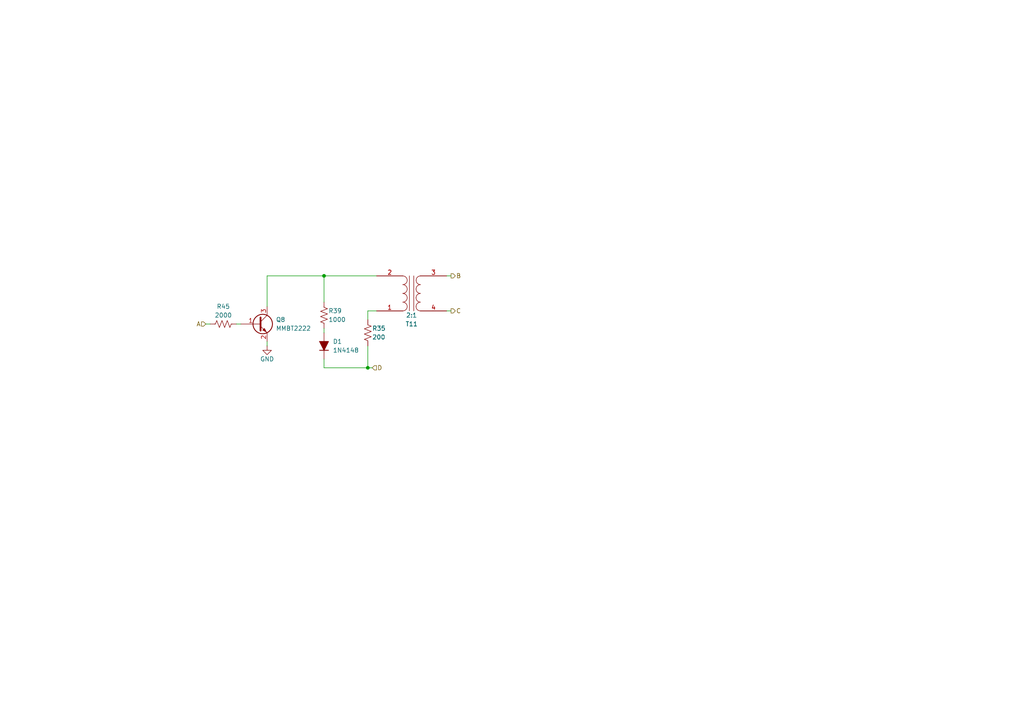
<source format=kicad_sch>
(kicad_sch (version 20231120) (generator "eeschema") (generator_version "8.0")
  (paper "A4")
  (lib_symbols
    (symbol "Device:D_Filled" (pin_numbers hide) (pin_names (offset 1.016) hide)
      (property "Reference" "D" (at 0 2.54 0))
      (property "Value" "D_Filled" (at 0 -2.54 0))
      (symbol "D_Filled_0_1"
        (polyline (pts (xy -1.27 1.27) (xy -1.27 -1.27)) (stroke (width 0.254)))
        (polyline (pts (xy 1.27 0) (xy -1.27 0)))
        (polyline (pts (xy 1.27 1.27) (xy 1.27 -1.27) (xy -1.27 0) (xy 1.27 1.27)) (stroke (width 0.254)) (fill (type outline)))
      )
      (symbol "D_Filled_1_1"
        (pin passive line (at -3.81 0 0) (length 2.54) (name "K") (number "1"))
        (pin passive line (at 3.81 0 180) (length 2.54) (name "A") (number "2"))
      )
    )
    (symbol "Device:Q_NPN_BEC" (pin_names (offset 0) hide)
      (property "Reference" "Q" (at 5.08 1.27 0))
      (property "Value" "Q_NPN_BEC" (at 5.08 -1.27 0))
      (symbol "Q_NPN_BEC_0_1"
        (polyline (pts (xy 0.635 0.635) (xy 2.54 2.54)))
        (polyline (pts (xy 0.635 -0.635) (xy 2.54 -2.54) (xy 2.54 -2.54)))
        (polyline (pts (xy 0.635 1.905) (xy 0.635 -1.905) (xy 0.635 -1.905)) (stroke (width 0.508)))
        (polyline (pts (xy 1.27 -1.778) (xy 1.778 -1.27) (xy 2.286 -2.286) (xy 1.27 -1.778) (xy 1.27 -1.778)) (fill (type outline)))
        (circle (center 1.27 0) (radius 2.8194) (stroke (width 0.254)))
      )
      (symbol "Q_NPN_BEC_1_1"
        (pin input line (at -5.08 0 0) (length 5.715) (name "B") (number "1"))
        (pin passive line (at 2.54 -5.08 90) (length 2.54) (name "E") (number "2"))
        (pin passive line (at 2.54 5.08 270) (length 2.54) (name "C") (number "3"))
      )
    )
    (symbol "Device:R_US" (pin_numbers hide) (pin_names (offset 0))
      (property "Reference" "R" (at 2.54 0 90))
      (property "Value" "R_US" (at -2.54 0 90))
      (symbol "R_US_0_1"
        (polyline (pts (xy 0 -2.286) (xy 0 -2.54)))
        (polyline (pts (xy 0 2.286) (xy 0 2.54)))
        (polyline (pts (xy 0 -0.762) (xy 1.016 -1.143) (xy 0 -1.524) (xy -1.016 -1.905) (xy 0 -2.286)))
        (polyline (pts (xy 0 0.762) (xy 1.016 0.381) (xy 0 0) (xy -1.016 -0.381) (xy 0 -0.762)))
        (polyline (pts (xy 0 2.286) (xy 1.016 1.905) (xy 0 1.524) (xy -1.016 1.143) (xy 0 0.762)))
      )
      (symbol "R_US_1_1"
        (pin passive line (at 0 3.81 270) (length 1.27) (name "~") (number "1"))
        (pin passive line (at 0 -3.81 90) (length 1.27) (name "~") (number "2"))
      )
    )
    (symbol "Device:Transformer_1P_1S" (pin_names (offset 1.016) hide)
      (property "Reference" "T" (at 0 6.35 0))
      (property "Value" "Transformer_1P_1S" (at 0 -7.62 0))
      (symbol "Transformer_1P_1S_0_1"
        (arc (start -2.54 -5.0546) (mid -1.6599 -4.6901) (end -1.27 -3.81))
        (arc (start -2.54 -2.5146) (mid -1.6599 -2.1501) (end -1.27 -1.27))
        (arc (start -2.54 0.0254) (mid -1.6599 0.3899) (end -1.27 1.27))
        (arc (start -2.54 2.5654) (mid -1.6599 2.9299) (end -1.27 3.81))
        (arc (start -1.27 -3.81) (mid -1.642 -2.912) (end -2.54 -2.54))
        (arc (start -1.27 -1.27) (mid -1.642 -0.372) (end -2.54 0))
        (arc (start -1.27 1.27) (mid -1.642 2.168) (end -2.54 2.54))
        (arc (start -1.27 3.81) (mid -1.642 4.708) (end -2.54 5.08))
        (polyline (pts (xy -0.635 5.08) (xy -0.635 -5.08)))
        (polyline (pts (xy 0.635 -5.08) (xy 0.635 5.08)))
        (arc (start 1.2954 -1.27) (mid 1.6599 -2.1501) (end 2.54 -2.5146))
        (arc (start 1.2954 1.27) (mid 1.6599 0.3899) (end 2.54 0.0254))
        (arc (start 1.2954 3.81) (mid 1.6599 2.9299) (end 2.54 2.5654))
        (arc (start 1.3208 -3.81) (mid 1.6853 -4.6901) (end 2.5654 -5.0546))
        (arc (start 2.54 0) (mid 1.642 -0.372) (end 1.2954 -1.27))
        (arc (start 2.54 2.54) (mid 1.642 2.168) (end 1.2954 1.27))
        (arc (start 2.54 5.08) (mid 1.642 4.708) (end 1.2954 3.81))
        (arc (start 2.5654 -2.54) (mid 1.6674 -2.912) (end 1.3208 -3.81))
      )
      (symbol "Transformer_1P_1S_1_1"
        (pin passive line (at -10.16 5.08 0) (length 7.62) (name "AA") (number "1"))
        (pin passive line (at -10.16 -5.08 0) (length 7.62) (name "AB") (number "2"))
        (pin passive line (at 10.16 -5.08 180) (length 7.62) (name "SA") (number "3"))
        (pin passive line (at 10.16 5.08 180) (length 7.62) (name "SB") (number "4"))
      )
    )
    (symbol "power:GND" (power) (pin_numbers hide) (pin_names (offset 0) hide)
      (property "Value" "GND" (at 0 -3.81 0))
      (symbol "GND_0_1"
        (polyline (pts (xy 0 0) (xy 0 -1.27) (xy 1.27 -1.27) (xy 0 -2.54) (xy -1.27 -1.27) (xy 0 -1.27)))
      )
      (symbol "GND_1_1"
        (pin power_in line (at 0 0 270) (length 0) (name "~") (number "1"))
      )
    )
  )
  (junction (at 93.98 80.01))
  (junction (at 106.68 106.68))
  (wire (pts (xy 106.68 106.68) (xy 107.95 106.68)))
  (wire (pts (xy 106.68 106.68) (xy 93.98 106.68)))
  (wire (pts (xy 109.22 90.17) (xy 106.68 90.17)))
  (wire (pts (xy 77.47 99.06) (xy 77.47 100.33)))
  (wire (pts (xy 77.47 80.01) (xy 77.47 88.9)))
  (wire (pts (xy 93.98 106.68) (xy 93.98 104.14)))
  (wire (pts (xy 93.98 80.01) (xy 77.47 80.01)))
  (wire (pts (xy 106.68 90.17) (xy 106.68 92.71)))
  (wire (pts (xy 129.54 90.17) (xy 130.81 90.17)))
  (wire (pts (xy 59.69 93.98) (xy 60.96 93.98)))
  (wire (pts (xy 106.68 100.33) (xy 106.68 106.68)))
  (wire (pts (xy 129.54 80.01) (xy 130.81 80.01)))
  (wire (pts (xy 109.22 80.01) (xy 93.98 80.01)))
  (wire (pts (xy 68.58 93.98) (xy 69.85 93.98)))
  (wire (pts (xy 93.98 95.25) (xy 93.98 96.52)))
  (wire (pts (xy 93.98 80.01) (xy 93.98 87.63)))
  (hierarchical_label "B" (shape output) (at 130.81 80.01 0))
  (hierarchical_label "D" (shape input) (at 107.95 106.68 0))
  (hierarchical_label "C" (shape output) (at 130.81 90.17 0))
  (hierarchical_label "A" (shape input) (at 59.69 93.98 180))
  (symbol (lib_id "Device:D_Filled") (at 93.98 100.33 90) (unit 1)
    (property "Reference" "D1" (at 96.52 99.0599 90) (effects (justify right)))
    (property "Value" "1N4148" (at 96.52 101.5999 90) (effects (justify right)))
    (property "Footprint" "cdu:D_SOD-323" (effects (hide yes)))
    (property "Description" "Diode, filled shape" (effects (hide yes)))
    (property "Sim.Device" "D" (effects (hide yes)))
    (property "Sim.Pins" "1=K 2=A" (effects (hide yes)))
    (instances (project "agc" (path "" (reference "D1") (unit 1)) (path "" (reference "D7") (unit 1)) (path "" (reference "D2") (unit 1)) (path "" (reference "D10") (unit 1)) (path "" (reference "D16") (unit 1)) (path "" (reference "D12") (unit 1)) (path "" (reference "D13") (unit 1)) (path "" (reference "D15") (unit 1)) (path "" (reference "D6") (unit 1)) (path "" (reference "D9") (unit 1)) (path "" (reference "D11") (unit 1)) (path "" (reference "D5") (unit 1)) (path "" (reference "D4") (unit 1)) (path "" (reference "D8") (unit 1)) (path "" (reference "D3") (unit 1)) (path "" (reference "D14") (unit 1))))
  )
  (symbol (lib_id "Device:R_US") (at 106.68 96.52 0) (unit 1)
    (property "Reference" "R35" (at 107.95 95.25 0) (effects (justify left)))
    (property "Value" "200" (at 107.95 97.79 0) (effects (justify left)))
    (property "Footprint" "Resistor_SMD:R_0603_1608Metric" (effects (hide yes)))
    (property "Description" "Resistor, US symbol" (effects (hide yes)))
    (instances (project "agc" (path "" (reference "R35") (unit 1)) (path "" (reference "R53") (unit 1)) (path "" (reference "R36") (unit 1)) (path "" (reference "R70") (unit 1)) (path "" (reference "R84") (unit 1)) (path "" (reference "R74") (unit 1)) (path "" (reference "R81") (unit 1)) (path "" (reference "R83") (unit 1)) (path "" (reference "R52") (unit 1)) (path "" (reference "R67") (unit 1)) (path "" (reference "R72") (unit 1)) (path "" (reference "R51") (unit 1)) (path "" (reference "R38") (unit 1)) (path "" (reference "R54") (unit 1)) (path "" (reference "R37") (unit 1)) (path "" (reference "R82") (unit 1))))
  )
  (symbol (lib_id "Device:Q_NPN_BEC") (at 74.93 93.98 0) (unit 1)
    (property "Reference" "Q8" (at 80.01 92.7099 0) (effects (justify left)))
    (property "Value" "MMBT2222" (at 80.01 95.2499 0) (effects (justify left)))
    (property "Footprint" "Package_TO_SOT_SMD:SOT-23" (effects (hide yes)))
    (property "Description" "NPN transistor, base/emitter/collector" (effects (hide yes)))
    (instances (project "agc" (path "" (reference "Q8") (unit 1)) (path "" (reference "Q15") (unit 1)) (path "" (reference "Q9") (unit 1)) (path "" (reference "Q18") (unit 1)) (path "" (reference "Q24") (unit 1)) (path "" (reference "Q20") (unit 1)) (path "" (reference "Q21") (unit 1)) (path "" (reference "Q23") (unit 1)) (path "" (reference "Q14") (unit 1)) (path "" (reference "Q17") (unit 1)) (path "" (reference "Q19") (unit 1)) (path "" (reference "Q13") (unit 1)) (path "" (reference "Q11") (unit 1)) (path "" (reference "Q16") (unit 1)) (path "" (reference "Q10") (unit 1)) (path "" (reference "Q22") (unit 1))))
  )
  (symbol (lib_id "power:GND") (at 77.47 100.33 0) (unit 1)
    (property "Reference" "#PWR019" (effects (hide yes)))
    (property "Value" "GND" (at 77.47 104.14 0))
    (property "Description" "Power symbol creates a global label with name \"GND\" , ground" (effects (hide yes)))
    (instances (project "agc" (path "" (reference "#PWR019") (unit 1)) (path "" (reference "#PWR014") (unit 1)) (path "" (reference "#PWR020") (unit 1)) (path "" (reference "#PWR028") (unit 1)) (path "" (reference "#PWR025") (unit 1)) (path "" (reference "#PWR040") (unit 1)) (path "" (reference "#PWR022") (unit 1)) (path "" (reference "#PWR024") (unit 1)) (path "" (reference "#PWR013") (unit 1)) (path "" (reference "#PWR027") (unit 1)) (path "" (reference "#PWR029") (unit 1)) (path "" (reference "#PWR011") (unit 1)) (path "" (reference "#PWR018") (unit 1)) (path "" (reference "#PWR015") (unit 1)) (path "" (reference "#PWR017") (unit 1)) (path "" (reference "#PWR023") (unit 1))))
  )
  (symbol (lib_id "Device:R_US") (at 64.77 93.98 90) (unit 1)
    (property "Reference" "R45" (at 64.77 88.9 90))
    (property "Value" "2000" (at 64.77 91.44 90))
    (property "Footprint" "Resistor_SMD:R_0603_1608Metric" (effects (hide yes)))
    (property "Description" "Resistor, US symbol" (effects (hide yes)))
    (instances (project "agc" (path "" (reference "R45") (unit 1)) (path "" (reference "R63") (unit 1)) (path "" (reference "R46") (unit 1)) (path "" (reference "R76") (unit 1)) (path "" (reference "R94") (unit 1)) (path "" (reference "R78") (unit 1)) (path "" (reference "R91") (unit 1)) (path "" (reference "R93") (unit 1)) (path "" (reference "R62") (unit 1)) (path "" (reference "R75") (unit 1)) (path "" (reference "R77") (unit 1)) (path "" (reference "R61") (unit 1)) (path "" (reference "R48") (unit 1)) (path "" (reference "R64") (unit 1)) (path "" (reference "R47") (unit 1)) (path "" (reference "R92") (unit 1))))
  )
  (symbol (lib_id "Device:R_US") (at 93.98 91.44 0) (unit 1)
    (property "Reference" "R39" (at 95.25 90.17 0) (effects (justify left)))
    (property "Value" "1000" (at 95.25 92.71 0) (effects (justify left)))
    (property "Footprint" "Resistor_SMD:R_0603_1608Metric" (effects (hide yes)))
    (property "Description" "Resistor, US symbol" (effects (hide yes)))
    (instances (project "agc" (path "" (reference "R39") (unit 1)) (path "" (reference "R57") (unit 1)) (path "" (reference "R40") (unit 1)) (path "" (reference "R69") (unit 1)) (path "" (reference "R88") (unit 1)) (path "" (reference "R73") (unit 1)) (path "" (reference "R85") (unit 1)) (path "" (reference "R87") (unit 1)) (path "" (reference "R56") (unit 1)) (path "" (reference "R68") (unit 1)) (path "" (reference "R71") (unit 1)) (path "" (reference "R55") (unit 1)) (path "" (reference "R42") (unit 1)) (path "" (reference "R58") (unit 1)) (path "" (reference "R41") (unit 1)) (path "" (reference "R86") (unit 1))))
  )
  (symbol (lib_id "Device:Transformer_1P_1S") (at 119.38 85.09 0) (mirror x) (unit 1)
    (property "Reference" "T11" (at 119.38 93.98 0))
    (property "Value" "2:1" (at 119.38 91.44 0))
    (property "Footprint" "cdu:Vigortronix_VTX-111" (effects (hide yes)))
    (property "Description" "Transformer, single primary, single secondary" (effects (hide yes)))
    (instances (project "agc" (path "" (reference "T11") (unit 1)) (path "" (reference "T17") (unit 1)) (path "" (reference "T12") (unit 1)) (path "" (reference "T20") (unit 1)) (path "" (reference "T26") (unit 1)) (path "" (reference "T22") (unit 1)) (path "" (reference "T23") (unit 1)) (path "" (reference "T25") (unit 1)) (path "" (reference "T16") (unit 1)) (path "" (reference "T19") (unit 1)) (path "" (reference "T21") (unit 1)) (path "" (reference "T15") (unit 1)) (path "" (reference "T14") (unit 1)) (path "" (reference "T18") (unit 1)) (path "" (reference "T13") (unit 1)) (path "" (reference "T24") (unit 1))))
  )
)
</source>
